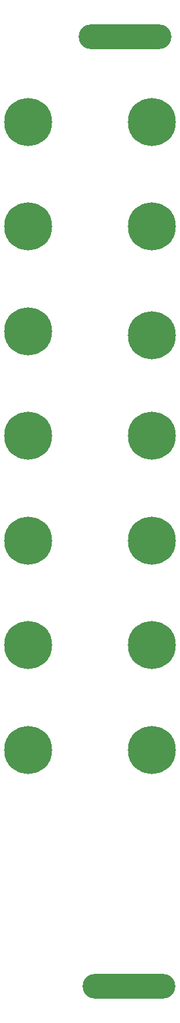
<source format=gts>
%TF.GenerationSoftware,KiCad,Pcbnew,(6.0.1)*%
%TF.CreationDate,2022-09-30T21:03:03-04:00*%
%TF.ProjectId,SYNTH-MIXER6-01_PANEL,53594e54-482d-44d4-9958-4552362d3031,1*%
%TF.SameCoordinates,Original*%
%TF.FileFunction,Soldermask,Top*%
%TF.FilePolarity,Negative*%
%FSLAX46Y46*%
G04 Gerber Fmt 4.6, Leading zero omitted, Abs format (unit mm)*
G04 Created by KiCad (PCBNEW (6.0.1)) date 2022-09-30 21:03:03*
%MOMM*%
%LPD*%
G01*
G04 APERTURE LIST*
%ADD10C,6.200000*%
%ADD11O,12.000000X3.200000*%
G04 APERTURE END LIST*
D10*
%TO.C,*%
X63000000Y-95000000D03*
%TD*%
%TO.C,*%
X47000000Y-95000000D03*
%TD*%
%TO.C,*%
X63000000Y-81500000D03*
%TD*%
%TO.C,*%
X47000000Y-81500000D03*
%TD*%
%TO.C,*%
X63000000Y-68000000D03*
%TD*%
%TO.C,*%
X47000000Y-68000000D03*
%TD*%
%TO.C,*%
X63000000Y-54500000D03*
%TD*%
%TO.C,*%
X47000000Y-54500000D03*
%TD*%
%TO.C,*%
X63000000Y-41500000D03*
%TD*%
%TO.C,*%
X47000000Y-41000000D03*
%TD*%
%TO.C,*%
X47000000Y-27500000D03*
%TD*%
%TO.C,*%
X63000000Y-27500000D03*
%TD*%
%TO.C,*%
X63000000Y-14000000D03*
%TD*%
%TO.C,*%
X47000000Y-14000000D03*
%TD*%
D11*
%TO.C,*%
X59500000Y-3000000D03*
X59500000Y-3000000D03*
X59500000Y-3000000D03*
%TD*%
%TO.C,*%
X60000000Y-125500000D03*
X60000000Y-125500000D03*
X60000000Y-125500000D03*
%TD*%
M02*

</source>
